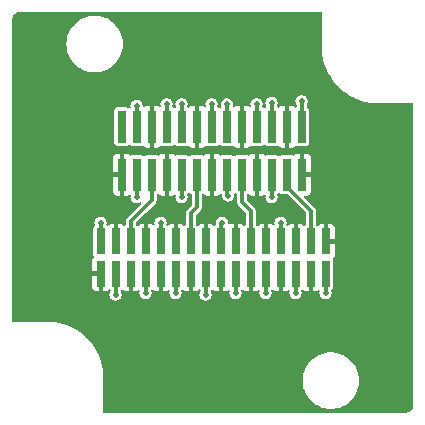
<source format=gbr>
%TF.GenerationSoftware,KiCad,Pcbnew,7.0.10-7.0.10~ubuntu22.04.1*%
%TF.CreationDate,2024-01-03T09:44:53-05:00*%
%TF.ProjectId,source-splitter,736f7572-6365-42d7-9370-6c6974746572,rev?*%
%TF.SameCoordinates,Original*%
%TF.FileFunction,Copper,L1,Top*%
%TF.FilePolarity,Positive*%
%FSLAX46Y46*%
G04 Gerber Fmt 4.6, Leading zero omitted, Abs format (unit mm)*
G04 Created by KiCad (PCBNEW 7.0.10-7.0.10~ubuntu22.04.1) date 2024-01-03 09:44:53*
%MOMM*%
%LPD*%
G01*
G04 APERTURE LIST*
%TA.AperFunction,SMDPad,CuDef*%
%ADD10R,0.740000X2.795000*%
%TD*%
%TA.AperFunction,SMDPad,CuDef*%
%ADD11R,0.740000X2.220000*%
%TD*%
%TA.AperFunction,ViaPad*%
%ADD12C,0.508000*%
%TD*%
%TA.AperFunction,Conductor*%
%ADD13C,0.304800*%
%TD*%
G04 APERTURE END LIST*
D10*
%TO.P,J1,1,Pin_1*%
%TO.N,/LED_0A*%
X42951400Y-32385000D03*
%TO.P,J1,2,Pin_2*%
%TO.N,VAA*%
X42951400Y-36450000D03*
%TO.P,J1,3,Pin_3*%
X41681400Y-32385000D03*
%TO.P,J1,4,Pin_4*%
%TO.N,/LED_0B*%
X41681400Y-36450000D03*
%TO.P,J1,5,Pin_5*%
%TO.N,/LED_1B*%
X40411400Y-32385000D03*
%TO.P,J1,6,Pin_6*%
%TO.N,/LED_1A*%
X40411400Y-36450000D03*
%TO.P,J1,7,Pin_7*%
%TO.N,/LED_2A*%
X39141400Y-32385000D03*
%TO.P,J1,8,Pin_8*%
%TO.N,VAA*%
X39141400Y-36450000D03*
%TO.P,J1,9,Pin_9*%
X37871400Y-32385000D03*
%TO.P,J1,10,Pin_10*%
%TO.N,/LED_2B*%
X37871400Y-36450000D03*
%TO.P,J1,11,Pin_11*%
%TO.N,/LED_3B*%
X36601400Y-32385000D03*
%TO.P,J1,12,Pin_12*%
%TO.N,/LED_3A*%
X36601400Y-36450000D03*
%TO.P,J1,13,Pin_13*%
%TO.N,/LED_4A*%
X35331400Y-32385000D03*
%TO.P,J1,14,Pin_14*%
%TO.N,VAA*%
X35331400Y-36450000D03*
%TO.P,J1,15,Pin_15*%
X34061400Y-32385000D03*
%TO.P,J1,16,Pin_16*%
%TO.N,/LED_4B*%
X34061400Y-36450000D03*
%TO.P,J1,17,Pin_17*%
%TO.N,/LED_5B*%
X32791400Y-32385000D03*
%TO.P,J1,18,Pin_18*%
%TO.N,/LED_5A*%
X32791400Y-36450000D03*
%TO.P,J1,19,Pin_19*%
%TO.N,/LED_6A*%
X31521400Y-32385000D03*
%TO.P,J1,20,Pin_20*%
%TO.N,VAA*%
X31521400Y-36450000D03*
%TO.P,J1,21,Pin_21*%
X30251400Y-32385000D03*
%TO.P,J1,22,Pin_22*%
%TO.N,/LED_6B*%
X30251400Y-36450000D03*
%TO.P,J1,23,Pin_23*%
%TO.N,/LED_7B*%
X28981400Y-32385000D03*
%TO.P,J1,24,Pin_24*%
%TO.N,/LED_7A*%
X28981400Y-36450000D03*
%TO.P,J1,25,Pin_25*%
%TO.N,GND*%
X27711400Y-32385000D03*
%TO.P,J1,26,Pin_26*%
%TO.N,VAA*%
X27711400Y-36450000D03*
%TD*%
D11*
%TO.P,J2,1,Pin_1*%
%TO.N,VAA*%
X44983400Y-42113200D03*
%TO.P,J2,2,Pin_2*%
%TO.N,/LED_0A*%
X44983400Y-44843200D03*
%TO.P,J2,3,Pin_3*%
%TO.N,/LED_0B*%
X43713400Y-42113200D03*
%TO.P,J2,4,Pin_4*%
%TO.N,VAA*%
X43713400Y-44843200D03*
%TO.P,J2,5,Pin_5*%
X42443400Y-42113200D03*
%TO.P,J2,6,Pin_6*%
%TO.N,/LED_1A*%
X42443400Y-44843200D03*
%TO.P,J2,7,Pin_7*%
%TO.N,/LED_1B*%
X41173400Y-42113200D03*
%TO.P,J2,8,Pin_8*%
%TO.N,VAA*%
X41173400Y-44843200D03*
%TO.P,J2,9,Pin_9*%
X39903400Y-42113200D03*
%TO.P,J2,10,Pin_10*%
%TO.N,/LED_2A*%
X39903400Y-44843200D03*
%TO.P,J2,11,Pin_11*%
%TO.N,/LED_2B*%
X38633400Y-42113200D03*
%TO.P,J2,12,Pin_12*%
%TO.N,VAA*%
X38633400Y-44843200D03*
%TO.P,J2,13,Pin_13*%
X37363400Y-42113200D03*
%TO.P,J2,14,Pin_14*%
%TO.N,/LED_3A*%
X37363400Y-44843200D03*
%TO.P,J2,15,Pin_15*%
%TO.N,/LED_3B*%
X36093400Y-42113200D03*
%TO.P,J2,16,Pin_16*%
%TO.N,VAA*%
X36093400Y-44843200D03*
%TO.P,J2,17,Pin_17*%
X34823400Y-42113200D03*
%TO.P,J2,18,Pin_18*%
%TO.N,/LED_4A*%
X34823400Y-44843200D03*
%TO.P,J2,19,Pin_19*%
%TO.N,/LED_4B*%
X33553400Y-42113200D03*
%TO.P,J2,20,Pin_20*%
%TO.N,VAA*%
X33553400Y-44843200D03*
%TO.P,J2,21,Pin_21*%
X32283400Y-42113200D03*
%TO.P,J2,22,Pin_22*%
%TO.N,/LED_5A*%
X32283400Y-44843200D03*
%TO.P,J2,23,Pin_23*%
%TO.N,/LED_5B*%
X31013400Y-42113200D03*
%TO.P,J2,24,Pin_24*%
%TO.N,VAA*%
X31013400Y-44843200D03*
%TO.P,J2,25,Pin_25*%
X29743400Y-42113200D03*
%TO.P,J2,26,Pin_26*%
%TO.N,/LED_6A*%
X29743400Y-44843200D03*
%TO.P,J2,27,Pin_27*%
%TO.N,/LED_6B*%
X28473400Y-42113200D03*
%TO.P,J2,28,Pin_28*%
%TO.N,VAA*%
X28473400Y-44843200D03*
%TO.P,J2,29,Pin_29*%
X27203400Y-42113200D03*
%TO.P,J2,30,Pin_30*%
%TO.N,/LED_7A*%
X27203400Y-44843200D03*
%TO.P,J2,31,Pin_31*%
%TO.N,/LED_7B*%
X25933400Y-42113200D03*
%TO.P,J2,32,Pin_32*%
%TO.N,VAA*%
X25933400Y-44843200D03*
%TD*%
D12*
%TO.N,/LED_3B*%
X36601400Y-30505400D03*
X36195000Y-40513000D03*
%TO.N,/LED_3A*%
X37338000Y-46482000D03*
X36703000Y-38227000D03*
%TO.N,/LED_4A*%
X34798000Y-46609000D03*
X35306000Y-30480000D03*
%TO.N,/LED_5B*%
X30988000Y-40513000D03*
X32766000Y-30480000D03*
%TO.N,/LED_5A*%
X32766000Y-38354000D03*
X32258000Y-46482000D03*
%TO.N,/LED_6A*%
X29718000Y-46482000D03*
X31496000Y-30480000D03*
%TO.N,/LED_7B*%
X28956000Y-30607000D03*
X25908000Y-40513000D03*
%TO.N,/LED_7A*%
X28956000Y-38354000D03*
X27178000Y-46609000D03*
%TO.N,/LED_2A*%
X39878000Y-46482000D03*
X39116000Y-30480000D03*
%TO.N,/LED_0A*%
X42926000Y-30226000D03*
X44958000Y-46482000D03*
%TO.N,/LED_1B*%
X41148000Y-40513000D03*
X40386000Y-30353000D03*
%TO.N,/LED_1A*%
X40386000Y-38354000D03*
X42418000Y-46482000D03*
%TD*%
D13*
%TO.N,/LED_2B*%
X37871400Y-38760400D02*
X38633400Y-39522400D01*
X38633400Y-39522400D02*
X38633400Y-42113200D01*
X37871400Y-36450000D02*
X37871400Y-38760400D01*
%TO.N,/LED_3B*%
X36601400Y-32385000D02*
X36601400Y-30505400D01*
X36195000Y-40513000D02*
X36093400Y-40614600D01*
X36576000Y-30480000D02*
X36601400Y-30505400D01*
X36093400Y-40614600D02*
X36093400Y-42113200D01*
%TO.N,/LED_3A*%
X36601400Y-38125400D02*
X36703000Y-38227000D01*
X37338000Y-46482000D02*
X37363400Y-46456600D01*
X37363400Y-46456600D02*
X37363400Y-44843200D01*
X36601400Y-36450000D02*
X36601400Y-38125400D01*
%TO.N,/LED_4A*%
X34823400Y-46583600D02*
X34823400Y-44843200D01*
X35331400Y-30505400D02*
X35306000Y-30480000D01*
X34798000Y-46609000D02*
X34823400Y-46583600D01*
X35331400Y-32385000D02*
X35331400Y-30505400D01*
%TO.N,/LED_4B*%
X34061400Y-36450000D02*
X34061400Y-39217600D01*
X34061400Y-39217600D02*
X33553400Y-39725600D01*
X33553400Y-39725600D02*
X33553400Y-42113200D01*
%TO.N,/LED_5B*%
X31013400Y-40538400D02*
X31013400Y-42113200D01*
X32791400Y-32385000D02*
X32791400Y-30505400D01*
X32791400Y-30505400D02*
X32766000Y-30480000D01*
X30988000Y-40513000D02*
X31013400Y-40538400D01*
%TO.N,/LED_5A*%
X32791400Y-38328600D02*
X32766000Y-38354000D01*
X32258000Y-46482000D02*
X32283400Y-46456600D01*
X32283400Y-46456600D02*
X32283400Y-44843200D01*
X32791400Y-36450000D02*
X32791400Y-38328600D01*
%TO.N,/LED_6A*%
X29743400Y-44843200D02*
X29743400Y-46456600D01*
X29743400Y-46456600D02*
X29718000Y-46482000D01*
X31521400Y-30505400D02*
X31521400Y-32385000D01*
X31496000Y-30480000D02*
X31521400Y-30505400D01*
%TO.N,/LED_6B*%
X30251400Y-38582600D02*
X28473400Y-40360600D01*
X28473400Y-40360600D02*
X28473400Y-42113200D01*
X30251400Y-36450000D02*
X30251400Y-38582600D01*
%TO.N,/LED_7B*%
X28956000Y-30607000D02*
X28981400Y-30632400D01*
X25933400Y-42113200D02*
X25933400Y-40538400D01*
X25933400Y-40538400D02*
X25908000Y-40513000D01*
X28981400Y-30632400D02*
X28981400Y-32385000D01*
%TO.N,/LED_7A*%
X28981400Y-36450000D02*
X28981400Y-38328600D01*
X28981400Y-38328600D02*
X28956000Y-38354000D01*
X27203400Y-46583600D02*
X27203400Y-44843200D01*
X27178000Y-46609000D02*
X27203400Y-46583600D01*
%TO.N,/LED_2A*%
X39903400Y-46456600D02*
X39903400Y-44843200D01*
X39141400Y-32385000D02*
X39141400Y-30505400D01*
X39141400Y-30505400D02*
X39116000Y-30480000D01*
X39878000Y-46482000D02*
X39903400Y-46456600D01*
%TO.N,/LED_0A*%
X44983400Y-46456600D02*
X44958000Y-46482000D01*
X42951400Y-30251400D02*
X42951400Y-32385000D01*
X42926000Y-30226000D02*
X42951400Y-30251400D01*
X44983400Y-44843200D02*
X44983400Y-46456600D01*
%TO.N,/LED_0B*%
X43713400Y-39509500D02*
X43713400Y-42113200D01*
X41681400Y-36450000D02*
X41681400Y-37477500D01*
X41681400Y-37477500D02*
X43713400Y-39509500D01*
%TO.N,/LED_1B*%
X41148000Y-40513000D02*
X41173400Y-40538400D01*
X41173400Y-40538400D02*
X41173400Y-42113200D01*
X40411400Y-32385000D02*
X40411400Y-30378400D01*
X40411400Y-30378400D02*
X40386000Y-30353000D01*
%TO.N,/LED_1A*%
X42418000Y-46482000D02*
X42443400Y-46456600D01*
X42443400Y-46456600D02*
X42443400Y-44843200D01*
X40411400Y-38328600D02*
X40386000Y-38354000D01*
X40411400Y-36450000D02*
X40411400Y-38328600D01*
%TD*%
%TA.AperFunction,Conductor*%
%TO.N,VAA*%
G36*
X44618304Y-22675065D02*
G01*
X44648368Y-22727136D01*
X44649703Y-22742400D01*
X44649703Y-25613588D01*
X44649700Y-25613596D01*
X44649700Y-25857403D01*
X44685853Y-26270638D01*
X44749315Y-26630549D01*
X44757882Y-26679133D01*
X44865242Y-27079804D01*
X44902488Y-27182135D01*
X45007115Y-27469596D01*
X45007118Y-27469604D01*
X45182413Y-27845525D01*
X45182418Y-27845536D01*
X45389825Y-28204775D01*
X45627741Y-28544553D01*
X45627744Y-28544556D01*
X45894376Y-28862315D01*
X45894386Y-28862325D01*
X46187677Y-29155618D01*
X46187692Y-29155632D01*
X46505439Y-29422252D01*
X46505444Y-29422255D01*
X46505447Y-29422258D01*
X46845236Y-29660181D01*
X47015870Y-29758696D01*
X47152795Y-29837750D01*
X47204468Y-29867583D01*
X47286995Y-29906066D01*
X47570134Y-30038096D01*
X47580409Y-30042887D01*
X47970199Y-30184759D01*
X48370870Y-30292118D01*
X48779374Y-30364148D01*
X49192600Y-30400301D01*
X49400003Y-30400300D01*
X49444878Y-30400300D01*
X52307600Y-30400300D01*
X52364101Y-30420865D01*
X52394165Y-30472936D01*
X52395500Y-30488200D01*
X52395500Y-55895678D01*
X52395077Y-55904294D01*
X52382023Y-56036826D01*
X52378661Y-56053726D01*
X52341264Y-56177006D01*
X52334670Y-56192925D01*
X52273941Y-56306543D01*
X52264367Y-56320871D01*
X52182635Y-56420461D01*
X52170461Y-56432635D01*
X52083707Y-56503833D01*
X52070871Y-56514368D01*
X52056543Y-56523941D01*
X51942925Y-56584670D01*
X51927006Y-56591264D01*
X51803726Y-56628661D01*
X51786826Y-56632023D01*
X51654295Y-56645077D01*
X51645679Y-56645500D01*
X26238208Y-56645500D01*
X26181707Y-56624935D01*
X26151643Y-56572864D01*
X26150308Y-56557600D01*
X26150308Y-53900000D01*
X43007178Y-53900000D01*
X43026046Y-54199905D01*
X43026047Y-54199906D01*
X43082354Y-54495075D01*
X43175209Y-54780854D01*
X43175214Y-54780865D01*
X43303150Y-55052745D01*
X43303161Y-55052763D01*
X43464162Y-55306460D01*
X43464165Y-55306464D01*
X43464166Y-55306465D01*
X43655708Y-55537999D01*
X43874758Y-55743701D01*
X44117862Y-55920326D01*
X44117869Y-55920329D01*
X44117872Y-55920332D01*
X44260480Y-55998731D01*
X44381186Y-56065090D01*
X44660577Y-56175709D01*
X44951630Y-56250439D01*
X44951635Y-56250439D01*
X44951637Y-56250440D01*
X45094157Y-56268444D01*
X45249753Y-56288100D01*
X45249754Y-56288100D01*
X45550246Y-56288100D01*
X45550247Y-56288100D01*
X45848370Y-56250439D01*
X46139423Y-56175709D01*
X46418814Y-56065090D01*
X46682138Y-55920326D01*
X46925242Y-55743701D01*
X47144292Y-55537999D01*
X47335834Y-55306465D01*
X47496846Y-55052751D01*
X47624790Y-54780857D01*
X47717647Y-54495071D01*
X47773954Y-54199900D01*
X47792822Y-53900000D01*
X47773954Y-53600100D01*
X47717647Y-53304929D01*
X47624790Y-53019143D01*
X47554864Y-52870544D01*
X47496849Y-52747254D01*
X47496838Y-52747236D01*
X47335837Y-52493539D01*
X47335834Y-52493535D01*
X47144292Y-52262001D01*
X46925242Y-52056299D01*
X46902845Y-52040027D01*
X46872703Y-52018127D01*
X46682138Y-51879674D01*
X46682132Y-51879670D01*
X46682127Y-51879667D01*
X46418816Y-51734911D01*
X46418815Y-51734910D01*
X46418814Y-51734910D01*
X46322547Y-51696795D01*
X46139424Y-51624291D01*
X45848371Y-51549561D01*
X45848362Y-51549559D01*
X45584000Y-51516163D01*
X45550247Y-51511900D01*
X45249753Y-51511900D01*
X45219432Y-51515730D01*
X44951637Y-51549559D01*
X44951628Y-51549561D01*
X44660575Y-51624291D01*
X44381183Y-51734911D01*
X44117872Y-51879667D01*
X43874758Y-52056298D01*
X43655708Y-52262001D01*
X43464162Y-52493539D01*
X43303161Y-52747236D01*
X43303150Y-52747254D01*
X43175214Y-53019134D01*
X43175209Y-53019145D01*
X43082354Y-53304924D01*
X43026047Y-53600093D01*
X43026046Y-53600094D01*
X43007178Y-53900000D01*
X26150308Y-53900000D01*
X26150308Y-53686300D01*
X26150320Y-53686267D01*
X26150320Y-53442478D01*
X26150318Y-53442454D01*
X26114165Y-53029252D01*
X26112383Y-53019145D01*
X26042133Y-52620746D01*
X25934773Y-52220076D01*
X25792900Y-51830287D01*
X25748425Y-51734910D01*
X25617598Y-51454354D01*
X25617596Y-51454351D01*
X25617594Y-51454346D01*
X25410191Y-51095114D01*
X25172268Y-50755326D01*
X25172266Y-50755323D01*
X24905635Y-50437567D01*
X24905619Y-50437550D01*
X24612327Y-50144260D01*
X24612310Y-50144244D01*
X24294571Y-49877630D01*
X23954777Y-49639703D01*
X23595544Y-49432300D01*
X23595533Y-49432295D01*
X23219612Y-49257000D01*
X23219604Y-49256997D01*
X23219602Y-49256996D01*
X22829812Y-49115124D01*
X22429141Y-49007764D01*
X22429140Y-49007763D01*
X22429137Y-49007763D01*
X22020634Y-48935732D01*
X21607433Y-48899581D01*
X21607414Y-48899580D01*
X21607411Y-48899580D01*
X21607407Y-48899580D01*
X18492400Y-48899580D01*
X18435899Y-48879015D01*
X18405835Y-48826944D01*
X18404500Y-48811680D01*
X18404500Y-45989353D01*
X25182400Y-45989353D01*
X25193191Y-46063417D01*
X25249034Y-46177648D01*
X25338951Y-46267565D01*
X25453182Y-46323408D01*
X25527247Y-46334200D01*
X25742899Y-46334200D01*
X25742900Y-46334199D01*
X25742900Y-45033701D01*
X25742899Y-45033700D01*
X25182401Y-45033700D01*
X25182400Y-45033701D01*
X25182400Y-45989353D01*
X18404500Y-45989353D01*
X18404500Y-44652699D01*
X25182400Y-44652699D01*
X25182401Y-44652700D01*
X26036000Y-44652700D01*
X26092501Y-44673265D01*
X26122565Y-44725336D01*
X26123900Y-44740600D01*
X26123900Y-46334199D01*
X26123901Y-46334200D01*
X26339553Y-46334200D01*
X26413617Y-46323408D01*
X26527850Y-46267564D01*
X26604190Y-46191224D01*
X26658683Y-46165813D01*
X26715178Y-46180291D01*
X26734099Y-46192934D01*
X26734592Y-46193263D01*
X26770146Y-46241753D01*
X26766212Y-46301751D01*
X26752190Y-46323908D01*
X26745828Y-46331250D01*
X26745825Y-46331254D01*
X26685079Y-46464270D01*
X26664271Y-46608998D01*
X26664271Y-46609001D01*
X26685079Y-46753729D01*
X26745824Y-46886744D01*
X26800033Y-46949303D01*
X26841579Y-46997250D01*
X26964589Y-47076304D01*
X27048964Y-47101079D01*
X27104884Y-47117499D01*
X27104887Y-47117499D01*
X27104889Y-47117500D01*
X27104890Y-47117500D01*
X27251110Y-47117500D01*
X27251111Y-47117500D01*
X27251113Y-47117499D01*
X27251115Y-47117499D01*
X27267791Y-47112602D01*
X27391411Y-47076304D01*
X27514421Y-46997250D01*
X27610176Y-46886743D01*
X27670919Y-46753734D01*
X27691729Y-46609000D01*
X27673469Y-46481998D01*
X27670920Y-46464269D01*
X27670919Y-46464267D01*
X27618243Y-46348920D01*
X27610300Y-46312406D01*
X27610300Y-46277483D01*
X27630865Y-46220982D01*
X27666304Y-46200109D01*
X27664704Y-46196246D01*
X27672695Y-46192935D01*
X27672701Y-46192934D01*
X27691620Y-46180292D01*
X27750021Y-46166000D01*
X27802609Y-46191223D01*
X27878951Y-46267565D01*
X27993182Y-46323408D01*
X28067247Y-46334200D01*
X28282899Y-46334200D01*
X28282900Y-46334199D01*
X28282900Y-44740600D01*
X28303465Y-44684099D01*
X28355536Y-44654035D01*
X28370800Y-44652700D01*
X28576000Y-44652700D01*
X28632501Y-44673265D01*
X28662565Y-44725336D01*
X28663900Y-44740600D01*
X28663900Y-46334199D01*
X28663901Y-46334200D01*
X28879553Y-46334200D01*
X28953617Y-46323408D01*
X29067849Y-46267564D01*
X29076440Y-46258974D01*
X29130933Y-46233561D01*
X29189012Y-46249121D01*
X29223501Y-46298373D01*
X29225602Y-46333635D01*
X29204271Y-46481997D01*
X29204271Y-46482001D01*
X29225079Y-46626729D01*
X29285824Y-46759744D01*
X29342419Y-46825057D01*
X29381579Y-46870250D01*
X29504589Y-46949304D01*
X29588964Y-46974079D01*
X29644884Y-46990499D01*
X29644887Y-46990499D01*
X29644889Y-46990500D01*
X29644890Y-46990500D01*
X29791110Y-46990500D01*
X29791111Y-46990500D01*
X29791113Y-46990499D01*
X29791115Y-46990499D01*
X29807791Y-46985602D01*
X29931411Y-46949304D01*
X30054421Y-46870250D01*
X30150176Y-46759743D01*
X30210919Y-46626734D01*
X30231729Y-46482000D01*
X30229179Y-46464267D01*
X30210920Y-46337271D01*
X30210918Y-46337263D01*
X30199566Y-46312406D01*
X30191905Y-46295633D01*
X30187140Y-46235697D01*
X30222016Y-46186719D01*
X30222901Y-46186118D01*
X30231621Y-46180291D01*
X30290023Y-46166000D01*
X30342609Y-46191223D01*
X30418951Y-46267565D01*
X30533182Y-46323408D01*
X30607247Y-46334200D01*
X30822899Y-46334200D01*
X30822900Y-46334199D01*
X30822900Y-44740600D01*
X30843465Y-44684099D01*
X30895536Y-44654035D01*
X30910800Y-44652700D01*
X31116000Y-44652700D01*
X31172501Y-44673265D01*
X31202565Y-44725336D01*
X31203900Y-44740600D01*
X31203900Y-46334199D01*
X31203901Y-46334200D01*
X31419553Y-46334200D01*
X31493617Y-46323408D01*
X31607849Y-46267564D01*
X31616440Y-46258974D01*
X31670933Y-46233561D01*
X31729012Y-46249121D01*
X31763501Y-46298373D01*
X31765602Y-46333635D01*
X31744271Y-46481997D01*
X31744271Y-46482001D01*
X31765079Y-46626729D01*
X31825824Y-46759744D01*
X31882419Y-46825057D01*
X31921579Y-46870250D01*
X32044589Y-46949304D01*
X32128964Y-46974079D01*
X32184884Y-46990499D01*
X32184887Y-46990499D01*
X32184889Y-46990500D01*
X32184890Y-46990500D01*
X32331110Y-46990500D01*
X32331111Y-46990500D01*
X32331113Y-46990499D01*
X32331115Y-46990499D01*
X32347791Y-46985602D01*
X32471411Y-46949304D01*
X32594421Y-46870250D01*
X32690176Y-46759743D01*
X32750919Y-46626734D01*
X32771729Y-46482000D01*
X32769179Y-46464267D01*
X32750920Y-46337271D01*
X32750918Y-46337263D01*
X32739566Y-46312406D01*
X32731905Y-46295633D01*
X32727140Y-46235697D01*
X32762016Y-46186719D01*
X32762901Y-46186118D01*
X32771621Y-46180291D01*
X32830023Y-46166000D01*
X32882609Y-46191223D01*
X32958951Y-46267565D01*
X33073182Y-46323408D01*
X33147247Y-46334200D01*
X33362899Y-46334200D01*
X33362900Y-46334199D01*
X33362900Y-44740600D01*
X33383465Y-44684099D01*
X33435536Y-44654035D01*
X33450800Y-44652700D01*
X33656000Y-44652700D01*
X33712501Y-44673265D01*
X33742565Y-44725336D01*
X33743900Y-44740600D01*
X33743900Y-46334199D01*
X33743901Y-46334200D01*
X33959553Y-46334200D01*
X34033617Y-46323408D01*
X34147850Y-46267564D01*
X34224190Y-46191224D01*
X34278683Y-46165813D01*
X34335178Y-46180291D01*
X34354099Y-46192934D01*
X34354592Y-46193263D01*
X34390146Y-46241753D01*
X34386212Y-46301751D01*
X34372190Y-46323908D01*
X34365828Y-46331250D01*
X34365825Y-46331254D01*
X34305079Y-46464270D01*
X34284271Y-46608998D01*
X34284271Y-46609001D01*
X34305079Y-46753729D01*
X34365824Y-46886744D01*
X34420033Y-46949303D01*
X34461579Y-46997250D01*
X34584589Y-47076304D01*
X34668964Y-47101079D01*
X34724884Y-47117499D01*
X34724887Y-47117499D01*
X34724889Y-47117500D01*
X34724890Y-47117500D01*
X34871110Y-47117500D01*
X34871111Y-47117500D01*
X34871113Y-47117499D01*
X34871115Y-47117499D01*
X34887791Y-47112602D01*
X35011411Y-47076304D01*
X35134421Y-46997250D01*
X35230176Y-46886743D01*
X35290919Y-46753734D01*
X35311729Y-46609000D01*
X35293469Y-46481998D01*
X35290920Y-46464269D01*
X35290919Y-46464267D01*
X35238243Y-46348920D01*
X35230300Y-46312406D01*
X35230300Y-46277483D01*
X35250865Y-46220982D01*
X35286304Y-46200109D01*
X35284704Y-46196246D01*
X35292695Y-46192935D01*
X35292701Y-46192934D01*
X35311620Y-46180292D01*
X35370021Y-46166000D01*
X35422609Y-46191223D01*
X35498951Y-46267565D01*
X35613182Y-46323408D01*
X35687247Y-46334200D01*
X35902899Y-46334200D01*
X35902900Y-46334199D01*
X35902900Y-44740600D01*
X35923465Y-44684099D01*
X35975536Y-44654035D01*
X35990800Y-44652700D01*
X36196000Y-44652700D01*
X36252501Y-44673265D01*
X36282565Y-44725336D01*
X36283900Y-44740600D01*
X36283900Y-46334199D01*
X36283901Y-46334200D01*
X36499553Y-46334200D01*
X36573617Y-46323408D01*
X36687849Y-46267564D01*
X36696440Y-46258974D01*
X36750933Y-46233561D01*
X36809012Y-46249121D01*
X36843501Y-46298373D01*
X36845602Y-46333635D01*
X36824271Y-46481997D01*
X36824271Y-46482001D01*
X36845079Y-46626729D01*
X36905824Y-46759744D01*
X36962419Y-46825057D01*
X37001579Y-46870250D01*
X37124589Y-46949304D01*
X37208964Y-46974079D01*
X37264884Y-46990499D01*
X37264887Y-46990499D01*
X37264889Y-46990500D01*
X37264890Y-46990500D01*
X37411110Y-46990500D01*
X37411111Y-46990500D01*
X37411113Y-46990499D01*
X37411115Y-46990499D01*
X37427791Y-46985602D01*
X37551411Y-46949304D01*
X37674421Y-46870250D01*
X37770176Y-46759743D01*
X37830919Y-46626734D01*
X37851729Y-46482000D01*
X37849179Y-46464267D01*
X37830920Y-46337271D01*
X37830918Y-46337263D01*
X37819566Y-46312406D01*
X37811905Y-46295633D01*
X37807140Y-46235697D01*
X37842016Y-46186719D01*
X37842901Y-46186118D01*
X37851621Y-46180291D01*
X37910023Y-46166000D01*
X37962609Y-46191223D01*
X38038951Y-46267565D01*
X38153182Y-46323408D01*
X38227247Y-46334200D01*
X38442899Y-46334200D01*
X38442900Y-46334199D01*
X38442900Y-44740600D01*
X38463465Y-44684099D01*
X38515536Y-44654035D01*
X38530800Y-44652700D01*
X38736000Y-44652700D01*
X38792501Y-44673265D01*
X38822565Y-44725336D01*
X38823900Y-44740600D01*
X38823900Y-46334199D01*
X38823901Y-46334200D01*
X39039553Y-46334200D01*
X39113617Y-46323408D01*
X39227849Y-46267564D01*
X39236440Y-46258974D01*
X39290933Y-46233561D01*
X39349012Y-46249121D01*
X39383501Y-46298373D01*
X39385602Y-46333635D01*
X39364271Y-46481997D01*
X39364271Y-46482001D01*
X39385079Y-46626729D01*
X39445824Y-46759744D01*
X39502419Y-46825057D01*
X39541579Y-46870250D01*
X39664589Y-46949304D01*
X39748964Y-46974079D01*
X39804884Y-46990499D01*
X39804887Y-46990499D01*
X39804889Y-46990500D01*
X39804890Y-46990500D01*
X39951110Y-46990500D01*
X39951111Y-46990500D01*
X39951113Y-46990499D01*
X39951115Y-46990499D01*
X39967791Y-46985602D01*
X40091411Y-46949304D01*
X40214421Y-46870250D01*
X40310176Y-46759743D01*
X40370919Y-46626734D01*
X40391729Y-46482000D01*
X40389179Y-46464267D01*
X40370920Y-46337271D01*
X40370918Y-46337263D01*
X40359566Y-46312406D01*
X40351905Y-46295633D01*
X40347140Y-46235697D01*
X40382016Y-46186719D01*
X40382901Y-46186118D01*
X40391621Y-46180291D01*
X40450023Y-46166000D01*
X40502609Y-46191223D01*
X40578951Y-46267565D01*
X40693182Y-46323408D01*
X40767247Y-46334200D01*
X40982899Y-46334200D01*
X40982900Y-46334199D01*
X40982900Y-44740600D01*
X41003465Y-44684099D01*
X41055536Y-44654035D01*
X41070800Y-44652700D01*
X41276000Y-44652700D01*
X41332501Y-44673265D01*
X41362565Y-44725336D01*
X41363900Y-44740600D01*
X41363900Y-46334199D01*
X41363901Y-46334200D01*
X41579553Y-46334200D01*
X41653617Y-46323408D01*
X41767849Y-46267564D01*
X41776440Y-46258974D01*
X41830933Y-46233561D01*
X41889012Y-46249121D01*
X41923501Y-46298373D01*
X41925602Y-46333635D01*
X41904271Y-46481997D01*
X41904271Y-46482001D01*
X41925079Y-46626729D01*
X41985824Y-46759744D01*
X42042419Y-46825057D01*
X42081579Y-46870250D01*
X42204589Y-46949304D01*
X42288964Y-46974079D01*
X42344884Y-46990499D01*
X42344887Y-46990499D01*
X42344889Y-46990500D01*
X42344890Y-46990500D01*
X42491110Y-46990500D01*
X42491111Y-46990500D01*
X42491113Y-46990499D01*
X42491115Y-46990499D01*
X42507791Y-46985602D01*
X42631411Y-46949304D01*
X42754421Y-46870250D01*
X42850176Y-46759743D01*
X42910919Y-46626734D01*
X42931729Y-46482000D01*
X42929179Y-46464267D01*
X42910920Y-46337271D01*
X42910918Y-46337263D01*
X42899566Y-46312406D01*
X42891905Y-46295633D01*
X42887140Y-46235697D01*
X42922016Y-46186719D01*
X42922901Y-46186118D01*
X42931621Y-46180291D01*
X42990023Y-46166000D01*
X43042609Y-46191223D01*
X43118951Y-46267565D01*
X43233182Y-46323408D01*
X43307247Y-46334200D01*
X43522899Y-46334200D01*
X43522900Y-46334199D01*
X43522900Y-44740600D01*
X43543465Y-44684099D01*
X43595536Y-44654035D01*
X43610800Y-44652700D01*
X43816000Y-44652700D01*
X43872501Y-44673265D01*
X43902565Y-44725336D01*
X43903900Y-44740600D01*
X43903900Y-46334199D01*
X43903901Y-46334200D01*
X44119553Y-46334200D01*
X44193617Y-46323408D01*
X44307849Y-46267564D01*
X44316440Y-46258974D01*
X44370933Y-46233561D01*
X44429012Y-46249121D01*
X44463501Y-46298373D01*
X44465602Y-46333635D01*
X44444271Y-46481997D01*
X44444271Y-46482001D01*
X44465079Y-46626729D01*
X44525824Y-46759744D01*
X44582419Y-46825057D01*
X44621579Y-46870250D01*
X44744589Y-46949304D01*
X44828964Y-46974079D01*
X44884884Y-46990499D01*
X44884887Y-46990499D01*
X44884889Y-46990500D01*
X44884890Y-46990500D01*
X45031110Y-46990500D01*
X45031111Y-46990500D01*
X45031113Y-46990499D01*
X45031115Y-46990499D01*
X45047791Y-46985602D01*
X45171411Y-46949304D01*
X45294421Y-46870250D01*
X45390176Y-46759743D01*
X45450919Y-46626734D01*
X45471729Y-46482000D01*
X45469179Y-46464267D01*
X45450920Y-46337271D01*
X45450919Y-46337269D01*
X45450919Y-46337266D01*
X45431905Y-46295633D01*
X45427141Y-46235696D01*
X45462018Y-46186718D01*
X45462965Y-46186075D01*
X45536884Y-46136684D01*
X45593134Y-46052501D01*
X45607900Y-45978267D01*
X45607899Y-43708134D01*
X45607899Y-43708133D01*
X45607899Y-43708131D01*
X45601595Y-43676442D01*
X45593134Y-43633899D01*
X45588504Y-43626970D01*
X45574211Y-43568569D01*
X45599435Y-43515979D01*
X45667764Y-43447650D01*
X45723608Y-43333417D01*
X45734400Y-43259353D01*
X45734400Y-42303701D01*
X45734399Y-42303700D01*
X44880800Y-42303700D01*
X44824299Y-42283135D01*
X44794235Y-42231064D01*
X44792900Y-42215800D01*
X44792900Y-41922699D01*
X45173900Y-41922699D01*
X45173901Y-41922700D01*
X45734399Y-41922700D01*
X45734400Y-41922699D01*
X45734400Y-40967046D01*
X45723608Y-40892982D01*
X45667765Y-40778751D01*
X45577848Y-40688834D01*
X45463617Y-40632991D01*
X45389553Y-40622200D01*
X45173901Y-40622200D01*
X45173900Y-40622201D01*
X45173900Y-41922699D01*
X44792900Y-41922699D01*
X44792900Y-40622201D01*
X44792899Y-40622200D01*
X44577247Y-40622200D01*
X44503182Y-40632991D01*
X44388949Y-40688835D01*
X44312608Y-40765175D01*
X44258114Y-40790586D01*
X44201620Y-40776106D01*
X44182703Y-40763466D01*
X44174704Y-40760153D01*
X44176308Y-40756279D01*
X44139292Y-40733487D01*
X44120300Y-40678915D01*
X44120300Y-39445053D01*
X44114472Y-39427118D01*
X44112418Y-39420796D01*
X44109199Y-39407385D01*
X44105209Y-39382193D01*
X44105209Y-39382192D01*
X44093630Y-39359468D01*
X44088350Y-39346722D01*
X44080470Y-39322468D01*
X44078468Y-39319713D01*
X44065471Y-39301824D01*
X44058268Y-39290069D01*
X44053265Y-39280250D01*
X44046692Y-39267349D01*
X44046691Y-39267348D01*
X44046691Y-39267347D01*
X43955551Y-39176207D01*
X43955551Y-39176208D01*
X43157898Y-38378555D01*
X43132487Y-38324061D01*
X43148050Y-38265983D01*
X43197303Y-38231495D01*
X43220053Y-38228500D01*
X43357553Y-38228500D01*
X43431617Y-38217708D01*
X43545848Y-38161865D01*
X43635765Y-38071948D01*
X43691608Y-37957717D01*
X43702400Y-37883653D01*
X43702400Y-36640501D01*
X43702399Y-36640500D01*
X42848800Y-36640500D01*
X42792299Y-36619935D01*
X42762235Y-36567864D01*
X42760900Y-36552600D01*
X42760900Y-36259499D01*
X43141900Y-36259499D01*
X43141901Y-36259500D01*
X43702399Y-36259500D01*
X43702400Y-36259499D01*
X43702400Y-35016346D01*
X43691608Y-34942282D01*
X43635765Y-34828051D01*
X43545848Y-34738134D01*
X43431617Y-34682291D01*
X43357553Y-34671500D01*
X43141901Y-34671500D01*
X43141900Y-34671501D01*
X43141900Y-36259499D01*
X42760900Y-36259499D01*
X42760900Y-34671501D01*
X42760899Y-34671500D01*
X42545247Y-34671500D01*
X42471182Y-34682291D01*
X42356949Y-34738135D01*
X42280608Y-34814475D01*
X42226114Y-34839886D01*
X42169620Y-34825406D01*
X42150703Y-34812766D01*
X42113584Y-34805383D01*
X42076467Y-34798000D01*
X42076465Y-34798000D01*
X41286331Y-34798000D01*
X41212099Y-34812766D01*
X41127917Y-34869015D01*
X41127912Y-34869020D01*
X41119482Y-34881636D01*
X41070991Y-34917187D01*
X41010993Y-34913251D01*
X40973314Y-34881633D01*
X40964884Y-34869016D01*
X40964498Y-34868758D01*
X40880701Y-34812765D01*
X40827592Y-34802202D01*
X40806467Y-34798000D01*
X40806465Y-34798000D01*
X40016331Y-34798000D01*
X39942099Y-34812765D01*
X39923179Y-34825408D01*
X39864774Y-34839698D01*
X39812190Y-34814476D01*
X39735848Y-34738134D01*
X39621617Y-34682291D01*
X39547553Y-34671500D01*
X39331901Y-34671500D01*
X39331900Y-34671501D01*
X39331900Y-38228499D01*
X39331901Y-38228500D01*
X39547553Y-38228500D01*
X39621617Y-38217708D01*
X39735847Y-38161865D01*
X39740694Y-38157019D01*
X39795187Y-38131606D01*
X39853266Y-38147165D01*
X39887756Y-38196417D01*
X39889857Y-38231680D01*
X39872271Y-38353996D01*
X39872271Y-38354001D01*
X39893079Y-38498729D01*
X39893080Y-38498733D01*
X39893081Y-38498734D01*
X39916340Y-38549666D01*
X39953824Y-38631744D01*
X39993803Y-38677881D01*
X40049579Y-38742250D01*
X40172589Y-38821304D01*
X40256964Y-38846079D01*
X40312884Y-38862499D01*
X40312887Y-38862499D01*
X40312889Y-38862500D01*
X40312890Y-38862500D01*
X40459110Y-38862500D01*
X40459111Y-38862500D01*
X40459113Y-38862499D01*
X40459115Y-38862499D01*
X40482334Y-38855681D01*
X40599411Y-38821304D01*
X40722421Y-38742250D01*
X40818176Y-38631743D01*
X40878919Y-38498734D01*
X40887393Y-38439802D01*
X40899729Y-38354001D01*
X40899729Y-38353998D01*
X40878920Y-38209271D01*
X40878919Y-38209267D01*
X40878919Y-38209266D01*
X40867708Y-38184719D01*
X40862943Y-38124784D01*
X40897819Y-38075805D01*
X40898751Y-38075172D01*
X40964884Y-38030984D01*
X40973315Y-38018366D01*
X41021803Y-37982814D01*
X41081802Y-37986746D01*
X41119484Y-38018366D01*
X41127916Y-38030984D01*
X41127919Y-38030986D01*
X41212098Y-38087234D01*
X41218247Y-38088457D01*
X41286333Y-38102000D01*
X41694046Y-38101999D01*
X41750547Y-38122564D01*
X41756201Y-38127744D01*
X43280755Y-39652298D01*
X43306166Y-39706792D01*
X43306500Y-39714453D01*
X43306500Y-40678916D01*
X43285935Y-40735417D01*
X43250538Y-40756396D01*
X43252095Y-40760154D01*
X43244098Y-40763466D01*
X43225180Y-40776107D01*
X43166776Y-40790399D01*
X43114190Y-40765176D01*
X43037848Y-40688834D01*
X42923617Y-40632991D01*
X42849553Y-40622200D01*
X42633901Y-40622200D01*
X42633900Y-40622201D01*
X42633900Y-42215800D01*
X42613335Y-42272301D01*
X42561264Y-42302365D01*
X42546000Y-42303700D01*
X42340800Y-42303700D01*
X42284299Y-42283135D01*
X42254235Y-42231064D01*
X42252900Y-42215800D01*
X42252900Y-40622201D01*
X42252899Y-40622200D01*
X42037247Y-40622200D01*
X41963182Y-40632991D01*
X41848949Y-40688835D01*
X41784416Y-40753368D01*
X41729922Y-40778779D01*
X41671844Y-40763216D01*
X41637357Y-40713963D01*
X41641492Y-40664452D01*
X41639148Y-40663764D01*
X41640916Y-40657738D01*
X41640919Y-40657734D01*
X41651725Y-40582576D01*
X41661729Y-40513001D01*
X41661729Y-40512998D01*
X41640920Y-40368270D01*
X41640919Y-40368268D01*
X41640919Y-40368266D01*
X41580176Y-40235257D01*
X41580175Y-40235256D01*
X41580175Y-40235255D01*
X41503991Y-40147335D01*
X41484421Y-40124750D01*
X41361411Y-40045696D01*
X41221115Y-40004500D01*
X41221111Y-40004500D01*
X41074889Y-40004500D01*
X41074884Y-40004500D01*
X40934589Y-40045696D01*
X40934588Y-40045696D01*
X40811579Y-40124750D01*
X40811577Y-40124752D01*
X40715824Y-40235255D01*
X40655079Y-40368270D01*
X40634271Y-40512998D01*
X40634271Y-40513002D01*
X40649120Y-40616282D01*
X40636806Y-40675134D01*
X40589543Y-40712302D01*
X40529446Y-40710394D01*
X40499960Y-40690946D01*
X40497848Y-40688834D01*
X40383617Y-40632991D01*
X40309553Y-40622200D01*
X40093901Y-40622200D01*
X40093900Y-40622201D01*
X40093900Y-42215800D01*
X40073335Y-42272301D01*
X40021264Y-42302365D01*
X40006000Y-42303700D01*
X39800800Y-42303700D01*
X39744299Y-42283135D01*
X39714235Y-42231064D01*
X39712900Y-42215800D01*
X39712900Y-40622201D01*
X39712899Y-40622200D01*
X39497247Y-40622200D01*
X39423182Y-40632991D01*
X39308949Y-40688835D01*
X39232608Y-40765175D01*
X39178114Y-40790586D01*
X39121620Y-40776106D01*
X39102703Y-40763466D01*
X39094704Y-40760153D01*
X39096308Y-40756279D01*
X39059292Y-40733487D01*
X39040300Y-40678915D01*
X39040300Y-39457953D01*
X39032419Y-39433699D01*
X39029199Y-39420285D01*
X39025209Y-39395093D01*
X39025209Y-39395092D01*
X39013630Y-39372368D01*
X39008350Y-39359622D01*
X39000470Y-39335368D01*
X38991097Y-39322468D01*
X38985471Y-39314724D01*
X38978268Y-39302969D01*
X38967606Y-39282043D01*
X38966692Y-39280249D01*
X38966691Y-39280248D01*
X38966691Y-39280247D01*
X38875551Y-39189107D01*
X38875551Y-39189108D01*
X38304045Y-38617602D01*
X38278634Y-38563108D01*
X38278300Y-38555447D01*
X38278300Y-38171783D01*
X38298865Y-38115282D01*
X38334304Y-38094409D01*
X38332704Y-38090546D01*
X38340695Y-38087235D01*
X38340701Y-38087234D01*
X38359620Y-38074592D01*
X38418021Y-38060300D01*
X38470609Y-38085523D01*
X38546951Y-38161865D01*
X38661182Y-38217708D01*
X38735247Y-38228500D01*
X38950899Y-38228500D01*
X38950900Y-38228499D01*
X38950900Y-34671501D01*
X38950899Y-34671500D01*
X38735247Y-34671500D01*
X38661182Y-34682291D01*
X38546949Y-34738135D01*
X38470608Y-34814475D01*
X38416114Y-34839886D01*
X38359620Y-34825406D01*
X38340703Y-34812766D01*
X38303584Y-34805383D01*
X38266467Y-34798000D01*
X38266465Y-34798000D01*
X37476331Y-34798000D01*
X37402099Y-34812766D01*
X37317917Y-34869015D01*
X37317912Y-34869020D01*
X37309482Y-34881636D01*
X37260991Y-34917187D01*
X37200993Y-34913251D01*
X37163314Y-34881633D01*
X37154884Y-34869016D01*
X37154498Y-34868758D01*
X37070701Y-34812765D01*
X37017592Y-34802202D01*
X36996467Y-34798000D01*
X36996465Y-34798000D01*
X36206331Y-34798000D01*
X36132099Y-34812765D01*
X36113179Y-34825408D01*
X36054774Y-34839698D01*
X36002190Y-34814476D01*
X35925848Y-34738134D01*
X35811617Y-34682291D01*
X35737553Y-34671500D01*
X35521901Y-34671500D01*
X35521900Y-34671501D01*
X35521900Y-38228499D01*
X35521901Y-38228500D01*
X35737553Y-38228500D01*
X35811617Y-38217708D01*
X35925850Y-38161864D01*
X36002190Y-38085524D01*
X36056683Y-38060113D01*
X36113179Y-38074592D01*
X36132099Y-38087234D01*
X36132100Y-38087234D01*
X36140095Y-38090546D01*
X36138429Y-38094566D01*
X36174830Y-38116366D01*
X36194500Y-38171783D01*
X36194500Y-38184345D01*
X36193605Y-38196854D01*
X36189271Y-38226998D01*
X36189271Y-38227001D01*
X36210079Y-38371729D01*
X36210080Y-38371733D01*
X36210081Y-38371734D01*
X36213196Y-38378555D01*
X36270824Y-38504744D01*
X36314759Y-38555447D01*
X36366579Y-38615250D01*
X36489589Y-38694304D01*
X36573964Y-38719079D01*
X36629884Y-38735499D01*
X36629887Y-38735499D01*
X36629889Y-38735500D01*
X36629890Y-38735500D01*
X36776110Y-38735500D01*
X36776111Y-38735500D01*
X36776113Y-38735499D01*
X36776115Y-38735499D01*
X36806874Y-38726467D01*
X36916411Y-38694304D01*
X37039421Y-38615250D01*
X37135176Y-38504743D01*
X37195919Y-38371734D01*
X37198470Y-38353996D01*
X37216729Y-38227001D01*
X37216729Y-38226998D01*
X37202848Y-38130460D01*
X37215162Y-38071608D01*
X37262425Y-38034439D01*
X37322521Y-38036346D01*
X37338688Y-38044864D01*
X37361510Y-38060113D01*
X37402099Y-38087234D01*
X37402101Y-38087234D01*
X37410095Y-38090546D01*
X37408429Y-38094566D01*
X37444830Y-38116366D01*
X37464500Y-38171783D01*
X37464500Y-38824845D01*
X37472382Y-38849107D01*
X37475600Y-38862514D01*
X37479590Y-38887705D01*
X37491168Y-38910427D01*
X37496446Y-38923170D01*
X37504327Y-38947427D01*
X37504332Y-38947435D01*
X37519324Y-38968070D01*
X37526529Y-38979827D01*
X37538108Y-39002551D01*
X37561034Y-39025477D01*
X38200755Y-39665198D01*
X38226166Y-39719692D01*
X38226500Y-39727353D01*
X38226500Y-40678916D01*
X38205935Y-40735417D01*
X38170538Y-40756396D01*
X38172095Y-40760154D01*
X38164098Y-40763466D01*
X38145180Y-40776107D01*
X38086776Y-40790399D01*
X38034190Y-40765176D01*
X37957848Y-40688834D01*
X37843617Y-40632991D01*
X37769553Y-40622200D01*
X37553901Y-40622200D01*
X37553900Y-40622201D01*
X37553900Y-42215800D01*
X37533335Y-42272301D01*
X37481264Y-42302365D01*
X37466000Y-42303700D01*
X37260800Y-42303700D01*
X37204299Y-42283135D01*
X37174235Y-42231064D01*
X37172900Y-42215800D01*
X37172900Y-40622201D01*
X37172899Y-40622200D01*
X36957247Y-40622200D01*
X36883180Y-40632991D01*
X36826236Y-40660829D01*
X36766444Y-40667168D01*
X36716566Y-40633591D01*
X36699941Y-40575808D01*
X36700627Y-40569350D01*
X36708729Y-40513001D01*
X36708729Y-40512998D01*
X36687920Y-40368270D01*
X36687919Y-40368268D01*
X36687919Y-40368266D01*
X36627176Y-40235257D01*
X36627175Y-40235256D01*
X36627175Y-40235255D01*
X36550991Y-40147335D01*
X36531421Y-40124750D01*
X36408411Y-40045696D01*
X36268115Y-40004500D01*
X36268111Y-40004500D01*
X36121889Y-40004500D01*
X36121884Y-40004500D01*
X35981589Y-40045696D01*
X35981588Y-40045696D01*
X35858579Y-40124750D01*
X35858577Y-40124752D01*
X35762824Y-40235255D01*
X35702079Y-40368270D01*
X35681271Y-40512998D01*
X35681271Y-40513000D01*
X35685605Y-40543143D01*
X35686500Y-40555653D01*
X35686500Y-40678916D01*
X35665935Y-40735417D01*
X35630538Y-40756396D01*
X35632095Y-40760154D01*
X35624098Y-40763466D01*
X35605180Y-40776107D01*
X35546776Y-40790399D01*
X35494190Y-40765176D01*
X35417848Y-40688834D01*
X35303617Y-40632991D01*
X35229553Y-40622200D01*
X35013901Y-40622200D01*
X35013900Y-40622201D01*
X35013900Y-42215800D01*
X34993335Y-42272301D01*
X34941264Y-42302365D01*
X34926000Y-42303700D01*
X34720800Y-42303700D01*
X34664299Y-42283135D01*
X34634235Y-42231064D01*
X34632900Y-42215800D01*
X34632900Y-40622201D01*
X34632899Y-40622200D01*
X34417247Y-40622200D01*
X34343182Y-40632991D01*
X34228949Y-40688835D01*
X34152608Y-40765175D01*
X34098114Y-40790586D01*
X34041620Y-40776106D01*
X34022703Y-40763466D01*
X34014704Y-40760153D01*
X34016308Y-40756279D01*
X33979292Y-40733487D01*
X33960300Y-40678915D01*
X33960300Y-39930553D01*
X33980865Y-39874052D01*
X33986045Y-39868398D01*
X34163500Y-39690943D01*
X34371766Y-39482678D01*
X34371767Y-39482676D01*
X34376776Y-39477667D01*
X34376783Y-39477659D01*
X34394692Y-39459751D01*
X34406270Y-39437028D01*
X34413477Y-39425266D01*
X34428469Y-39404632D01*
X34436349Y-39380377D01*
X34441628Y-39367633D01*
X34453209Y-39344906D01*
X34457200Y-39319696D01*
X34460414Y-39306309D01*
X34468299Y-39282047D01*
X34468299Y-39253267D01*
X34468300Y-39253242D01*
X34468300Y-38171783D01*
X34488865Y-38115282D01*
X34524304Y-38094409D01*
X34522704Y-38090546D01*
X34530695Y-38087235D01*
X34530701Y-38087234D01*
X34549620Y-38074592D01*
X34608021Y-38060300D01*
X34660609Y-38085523D01*
X34736951Y-38161865D01*
X34851182Y-38217708D01*
X34925247Y-38228500D01*
X35140899Y-38228500D01*
X35140900Y-38228499D01*
X35140900Y-34671501D01*
X35140899Y-34671500D01*
X34925247Y-34671500D01*
X34851182Y-34682291D01*
X34736949Y-34738135D01*
X34660608Y-34814475D01*
X34606114Y-34839886D01*
X34549620Y-34825406D01*
X34530703Y-34812766D01*
X34493584Y-34805383D01*
X34456467Y-34798000D01*
X34456465Y-34798000D01*
X33666331Y-34798000D01*
X33592099Y-34812766D01*
X33507917Y-34869015D01*
X33507912Y-34869020D01*
X33499482Y-34881636D01*
X33450991Y-34917187D01*
X33390993Y-34913251D01*
X33353314Y-34881633D01*
X33344884Y-34869016D01*
X33344498Y-34868758D01*
X33260701Y-34812765D01*
X33207592Y-34802202D01*
X33186467Y-34798000D01*
X33186465Y-34798000D01*
X32396331Y-34798000D01*
X32322099Y-34812765D01*
X32303179Y-34825408D01*
X32244774Y-34839698D01*
X32192190Y-34814476D01*
X32115848Y-34738134D01*
X32001617Y-34682291D01*
X31927553Y-34671500D01*
X31711901Y-34671500D01*
X31711900Y-34671501D01*
X31711900Y-38228499D01*
X31711901Y-38228500D01*
X31927553Y-38228500D01*
X32001617Y-38217708D01*
X32115847Y-38161865D01*
X32120694Y-38157019D01*
X32175187Y-38131606D01*
X32233266Y-38147165D01*
X32267756Y-38196417D01*
X32269857Y-38231680D01*
X32252271Y-38353996D01*
X32252271Y-38354001D01*
X32273079Y-38498729D01*
X32273080Y-38498733D01*
X32273081Y-38498734D01*
X32296340Y-38549666D01*
X32333824Y-38631744D01*
X32373803Y-38677881D01*
X32429579Y-38742250D01*
X32552589Y-38821304D01*
X32636964Y-38846079D01*
X32692884Y-38862499D01*
X32692887Y-38862499D01*
X32692889Y-38862500D01*
X32692890Y-38862500D01*
X32839110Y-38862500D01*
X32839111Y-38862500D01*
X32839113Y-38862499D01*
X32839115Y-38862499D01*
X32862334Y-38855681D01*
X32979411Y-38821304D01*
X33102421Y-38742250D01*
X33198176Y-38631743D01*
X33258919Y-38498734D01*
X33267393Y-38439802D01*
X33279729Y-38354001D01*
X33279729Y-38353998D01*
X33258920Y-38209271D01*
X33258919Y-38209267D01*
X33258919Y-38209266D01*
X33247708Y-38184719D01*
X33242943Y-38124784D01*
X33277819Y-38075805D01*
X33278751Y-38075172D01*
X33344884Y-38030984D01*
X33353315Y-38018366D01*
X33401803Y-37982814D01*
X33461802Y-37986746D01*
X33499484Y-38018366D01*
X33507916Y-38030984D01*
X33507919Y-38030986D01*
X33592098Y-38087234D01*
X33600095Y-38090546D01*
X33598429Y-38094566D01*
X33634830Y-38116366D01*
X33654500Y-38171783D01*
X33654500Y-39012646D01*
X33633935Y-39069147D01*
X33628755Y-39074801D01*
X33311249Y-39392308D01*
X33311248Y-39392307D01*
X33220109Y-39483447D01*
X33220104Y-39483454D01*
X33208524Y-39506178D01*
X33201324Y-39517928D01*
X33186329Y-39538568D01*
X33178446Y-39562829D01*
X33173170Y-39575567D01*
X33161592Y-39598291D01*
X33161590Y-39598297D01*
X33157600Y-39623485D01*
X33154383Y-39636888D01*
X33146500Y-39661154D01*
X33146500Y-40678916D01*
X33125935Y-40735417D01*
X33090538Y-40756396D01*
X33092095Y-40760154D01*
X33084098Y-40763466D01*
X33065180Y-40776107D01*
X33006776Y-40790399D01*
X32954190Y-40765176D01*
X32877848Y-40688834D01*
X32763617Y-40632991D01*
X32689553Y-40622200D01*
X32473901Y-40622200D01*
X32473900Y-40622201D01*
X32473900Y-42215800D01*
X32453335Y-42272301D01*
X32401264Y-42302365D01*
X32386000Y-42303700D01*
X32180800Y-42303700D01*
X32124299Y-42283135D01*
X32094235Y-42231064D01*
X32092900Y-42215800D01*
X32092900Y-40622201D01*
X32092899Y-40622200D01*
X31877247Y-40622200D01*
X31803182Y-40632991D01*
X31688949Y-40688835D01*
X31624416Y-40753368D01*
X31569922Y-40778779D01*
X31511844Y-40763216D01*
X31477357Y-40713963D01*
X31481492Y-40664452D01*
X31479148Y-40663764D01*
X31480916Y-40657738D01*
X31480919Y-40657734D01*
X31491725Y-40582576D01*
X31501729Y-40513001D01*
X31501729Y-40512998D01*
X31480920Y-40368270D01*
X31480919Y-40368268D01*
X31480919Y-40368266D01*
X31420176Y-40235257D01*
X31420175Y-40235256D01*
X31420175Y-40235255D01*
X31343991Y-40147335D01*
X31324421Y-40124750D01*
X31201411Y-40045696D01*
X31061115Y-40004500D01*
X31061111Y-40004500D01*
X30914889Y-40004500D01*
X30914884Y-40004500D01*
X30774589Y-40045696D01*
X30774588Y-40045696D01*
X30651579Y-40124750D01*
X30651577Y-40124752D01*
X30555824Y-40235255D01*
X30495079Y-40368270D01*
X30474271Y-40512998D01*
X30474271Y-40513002D01*
X30489120Y-40616282D01*
X30476806Y-40675134D01*
X30429543Y-40712302D01*
X30369446Y-40710394D01*
X30339960Y-40690946D01*
X30337848Y-40688834D01*
X30223617Y-40632991D01*
X30149553Y-40622200D01*
X29933901Y-40622200D01*
X29933900Y-40622201D01*
X29933900Y-42215800D01*
X29913335Y-42272301D01*
X29861264Y-42302365D01*
X29846000Y-42303700D01*
X29640800Y-42303700D01*
X29584299Y-42283135D01*
X29554235Y-42231064D01*
X29552900Y-42215800D01*
X29552900Y-40622201D01*
X29552899Y-40622200D01*
X29337247Y-40622200D01*
X29263182Y-40632991D01*
X29148949Y-40688835D01*
X29072608Y-40765175D01*
X29018114Y-40790586D01*
X28961620Y-40776106D01*
X28942703Y-40763466D01*
X28934704Y-40760153D01*
X28936308Y-40756279D01*
X28899292Y-40733487D01*
X28880300Y-40678915D01*
X28880300Y-40565553D01*
X28900865Y-40509052D01*
X28906045Y-40503398D01*
X29744245Y-39665198D01*
X30561766Y-38847677D01*
X30584692Y-38824751D01*
X30596270Y-38802026D01*
X30603471Y-38790273D01*
X30618470Y-38769632D01*
X30626351Y-38745372D01*
X30631629Y-38732629D01*
X30643209Y-38709906D01*
X30647198Y-38684712D01*
X30650417Y-38671306D01*
X30658300Y-38647046D01*
X30658300Y-38518153D01*
X30658300Y-38171783D01*
X30678865Y-38115282D01*
X30714304Y-38094409D01*
X30712704Y-38090546D01*
X30720695Y-38087235D01*
X30720701Y-38087234D01*
X30739620Y-38074592D01*
X30798021Y-38060300D01*
X30850609Y-38085523D01*
X30926951Y-38161865D01*
X31041182Y-38217708D01*
X31115247Y-38228500D01*
X31330899Y-38228500D01*
X31330900Y-38228499D01*
X31330900Y-34671501D01*
X31330899Y-34671500D01*
X31115247Y-34671500D01*
X31041182Y-34682291D01*
X30926949Y-34738135D01*
X30850608Y-34814475D01*
X30796114Y-34839886D01*
X30739620Y-34825406D01*
X30720703Y-34812766D01*
X30683584Y-34805383D01*
X30646467Y-34798000D01*
X30646465Y-34798000D01*
X29856331Y-34798000D01*
X29782099Y-34812766D01*
X29697917Y-34869015D01*
X29697912Y-34869020D01*
X29689482Y-34881636D01*
X29640991Y-34917187D01*
X29580993Y-34913251D01*
X29543314Y-34881633D01*
X29534884Y-34869016D01*
X29534498Y-34868758D01*
X29450701Y-34812765D01*
X29397592Y-34802202D01*
X29376467Y-34798000D01*
X29376465Y-34798000D01*
X28586331Y-34798000D01*
X28512099Y-34812765D01*
X28493179Y-34825408D01*
X28434774Y-34839698D01*
X28382190Y-34814476D01*
X28305848Y-34738134D01*
X28191617Y-34682291D01*
X28117553Y-34671500D01*
X27901901Y-34671500D01*
X27901900Y-34671501D01*
X27901900Y-38228499D01*
X27901901Y-38228500D01*
X28117553Y-38228500D01*
X28191617Y-38217708D01*
X28305847Y-38161865D01*
X28310694Y-38157019D01*
X28365187Y-38131606D01*
X28423266Y-38147165D01*
X28457756Y-38196417D01*
X28459857Y-38231680D01*
X28442271Y-38353996D01*
X28442271Y-38354001D01*
X28463079Y-38498729D01*
X28463080Y-38498733D01*
X28463081Y-38498734D01*
X28486340Y-38549666D01*
X28523824Y-38631744D01*
X28563803Y-38677881D01*
X28619579Y-38742250D01*
X28742589Y-38821304D01*
X28826964Y-38846079D01*
X28882884Y-38862499D01*
X28882887Y-38862499D01*
X28882889Y-38862500D01*
X28882890Y-38862500D01*
X29029110Y-38862500D01*
X29029111Y-38862500D01*
X29029113Y-38862499D01*
X29029115Y-38862499D01*
X29052334Y-38855681D01*
X29169411Y-38821304D01*
X29231156Y-38781622D01*
X29289803Y-38768376D01*
X29343247Y-38795927D01*
X29366477Y-38851385D01*
X29348625Y-38908801D01*
X29340832Y-38917724D01*
X28231249Y-40027308D01*
X28231248Y-40027307D01*
X28140109Y-40118447D01*
X28140104Y-40118454D01*
X28128524Y-40141178D01*
X28121324Y-40152928D01*
X28106329Y-40173568D01*
X28098446Y-40197829D01*
X28093170Y-40210567D01*
X28081592Y-40233291D01*
X28081590Y-40233297D01*
X28077600Y-40258485D01*
X28074383Y-40271888D01*
X28066500Y-40296154D01*
X28066500Y-40678916D01*
X28045935Y-40735417D01*
X28010538Y-40756396D01*
X28012095Y-40760154D01*
X28004098Y-40763466D01*
X27985180Y-40776107D01*
X27926776Y-40790399D01*
X27874190Y-40765176D01*
X27797848Y-40688834D01*
X27683617Y-40632991D01*
X27609553Y-40622200D01*
X27393901Y-40622200D01*
X27393900Y-40622201D01*
X27393900Y-42215800D01*
X27373335Y-42272301D01*
X27321264Y-42302365D01*
X27306000Y-42303700D01*
X27100800Y-42303700D01*
X27044299Y-42283135D01*
X27014235Y-42231064D01*
X27012900Y-42215800D01*
X27012900Y-40622201D01*
X27012899Y-40622200D01*
X26797247Y-40622200D01*
X26723182Y-40632991D01*
X26608949Y-40688835D01*
X26544416Y-40753368D01*
X26489922Y-40778779D01*
X26431844Y-40763216D01*
X26397357Y-40713963D01*
X26401492Y-40664452D01*
X26399148Y-40663764D01*
X26400916Y-40657738D01*
X26400919Y-40657734D01*
X26411725Y-40582576D01*
X26421729Y-40513001D01*
X26421729Y-40512998D01*
X26400920Y-40368270D01*
X26400919Y-40368268D01*
X26400919Y-40368266D01*
X26340176Y-40235257D01*
X26340175Y-40235256D01*
X26340175Y-40235255D01*
X26263991Y-40147335D01*
X26244421Y-40124750D01*
X26121411Y-40045696D01*
X25981115Y-40004500D01*
X25981111Y-40004500D01*
X25834889Y-40004500D01*
X25834884Y-40004500D01*
X25694589Y-40045696D01*
X25694588Y-40045696D01*
X25571579Y-40124750D01*
X25571577Y-40124752D01*
X25475824Y-40235255D01*
X25415079Y-40368270D01*
X25394271Y-40512998D01*
X25394271Y-40513001D01*
X25415079Y-40657730D01*
X25415080Y-40657732D01*
X25432464Y-40695798D01*
X25437228Y-40755736D01*
X25402351Y-40804714D01*
X25401344Y-40805397D01*
X25379916Y-40819715D01*
X25323665Y-40903898D01*
X25308900Y-40978134D01*
X25308900Y-43248268D01*
X25321826Y-43313253D01*
X25323666Y-43322501D01*
X25328296Y-43329430D01*
X25342588Y-43387835D01*
X25317365Y-43440419D01*
X25249035Y-43508749D01*
X25193191Y-43622982D01*
X25182400Y-43697046D01*
X25182400Y-44652699D01*
X18404500Y-44652699D01*
X18404500Y-37883653D01*
X26960400Y-37883653D01*
X26971191Y-37957717D01*
X27027034Y-38071948D01*
X27116951Y-38161865D01*
X27231182Y-38217708D01*
X27305247Y-38228500D01*
X27520899Y-38228500D01*
X27520900Y-38228499D01*
X27520900Y-36640501D01*
X27520899Y-36640500D01*
X26960401Y-36640500D01*
X26960400Y-36640501D01*
X26960400Y-37883653D01*
X18404500Y-37883653D01*
X18404500Y-36259499D01*
X26960400Y-36259499D01*
X26960401Y-36259500D01*
X27520899Y-36259500D01*
X27520900Y-36259499D01*
X27520900Y-34671501D01*
X27520899Y-34671500D01*
X27305247Y-34671500D01*
X27231182Y-34682291D01*
X27116951Y-34738134D01*
X27027034Y-34828051D01*
X26971191Y-34942282D01*
X26960400Y-35016346D01*
X26960400Y-36259499D01*
X18404500Y-36259499D01*
X18404500Y-33807568D01*
X27086900Y-33807568D01*
X27099826Y-33872553D01*
X27101666Y-33881801D01*
X27157916Y-33965984D01*
X27186105Y-33984819D01*
X27242098Y-34022234D01*
X27252661Y-34024335D01*
X27316333Y-34037000D01*
X28106466Y-34036999D01*
X28106468Y-34036999D01*
X28124961Y-34033320D01*
X28180701Y-34022234D01*
X28264884Y-33965984D01*
X28273315Y-33953366D01*
X28321803Y-33917814D01*
X28381802Y-33921746D01*
X28419484Y-33953366D01*
X28427916Y-33965984D01*
X28456105Y-33984819D01*
X28512098Y-34022234D01*
X28522661Y-34024335D01*
X28586333Y-34037000D01*
X29376466Y-34036999D01*
X29376468Y-34036999D01*
X29413583Y-34029616D01*
X29450701Y-34022234D01*
X29469620Y-34009592D01*
X29528021Y-33995300D01*
X29580609Y-34020523D01*
X29656951Y-34096865D01*
X29771182Y-34152708D01*
X29845247Y-34163500D01*
X30060899Y-34163500D01*
X30060900Y-34163499D01*
X30441900Y-34163499D01*
X30441901Y-34163500D01*
X30657553Y-34163500D01*
X30731617Y-34152708D01*
X30845850Y-34096864D01*
X30922190Y-34020524D01*
X30976683Y-33995113D01*
X31033179Y-34009592D01*
X31052099Y-34022234D01*
X31126333Y-34037000D01*
X31916466Y-34036999D01*
X31916468Y-34036999D01*
X31934961Y-34033320D01*
X31990701Y-34022234D01*
X32074884Y-33965984D01*
X32083315Y-33953366D01*
X32131803Y-33917814D01*
X32191802Y-33921746D01*
X32229484Y-33953366D01*
X32237916Y-33965984D01*
X32266105Y-33984819D01*
X32322098Y-34022234D01*
X32332661Y-34024335D01*
X32396333Y-34037000D01*
X33186466Y-34036999D01*
X33186468Y-34036999D01*
X33223583Y-34029616D01*
X33260701Y-34022234D01*
X33279620Y-34009592D01*
X33338021Y-33995300D01*
X33390609Y-34020523D01*
X33466951Y-34096865D01*
X33581182Y-34152708D01*
X33655247Y-34163500D01*
X33870899Y-34163500D01*
X33870900Y-34163499D01*
X34251900Y-34163499D01*
X34251901Y-34163500D01*
X34467553Y-34163500D01*
X34541617Y-34152708D01*
X34655850Y-34096864D01*
X34732190Y-34020524D01*
X34786683Y-33995113D01*
X34843179Y-34009592D01*
X34862099Y-34022234D01*
X34936333Y-34037000D01*
X35726466Y-34036999D01*
X35726468Y-34036999D01*
X35744961Y-34033320D01*
X35800701Y-34022234D01*
X35884884Y-33965984D01*
X35893315Y-33953366D01*
X35941803Y-33917814D01*
X36001802Y-33921746D01*
X36039484Y-33953366D01*
X36047916Y-33965984D01*
X36076105Y-33984819D01*
X36132098Y-34022234D01*
X36142661Y-34024335D01*
X36206333Y-34037000D01*
X36996466Y-34036999D01*
X36996468Y-34036999D01*
X37033583Y-34029616D01*
X37070701Y-34022234D01*
X37089620Y-34009592D01*
X37148021Y-33995300D01*
X37200609Y-34020523D01*
X37276951Y-34096865D01*
X37391182Y-34152708D01*
X37465247Y-34163500D01*
X37680899Y-34163500D01*
X37680900Y-34163499D01*
X38061900Y-34163499D01*
X38061901Y-34163500D01*
X38277553Y-34163500D01*
X38351617Y-34152708D01*
X38465850Y-34096864D01*
X38542190Y-34020524D01*
X38596683Y-33995113D01*
X38653179Y-34009592D01*
X38672099Y-34022234D01*
X38746333Y-34037000D01*
X39536466Y-34036999D01*
X39536468Y-34036999D01*
X39554961Y-34033320D01*
X39610701Y-34022234D01*
X39694884Y-33965984D01*
X39703315Y-33953366D01*
X39751803Y-33917814D01*
X39811802Y-33921746D01*
X39849484Y-33953366D01*
X39857916Y-33965984D01*
X39886105Y-33984819D01*
X39942098Y-34022234D01*
X39952661Y-34024335D01*
X40016333Y-34037000D01*
X40806466Y-34036999D01*
X40806468Y-34036999D01*
X40843583Y-34029616D01*
X40880701Y-34022234D01*
X40899620Y-34009592D01*
X40958021Y-33995300D01*
X41010609Y-34020523D01*
X41086951Y-34096865D01*
X41201182Y-34152708D01*
X41275247Y-34163500D01*
X41490899Y-34163500D01*
X41490900Y-34163499D01*
X41871900Y-34163499D01*
X41871901Y-34163500D01*
X42087553Y-34163500D01*
X42161617Y-34152708D01*
X42275850Y-34096864D01*
X42352190Y-34020524D01*
X42406683Y-33995113D01*
X42463179Y-34009592D01*
X42482099Y-34022234D01*
X42556333Y-34037000D01*
X43346466Y-34036999D01*
X43346468Y-34036999D01*
X43364961Y-34033320D01*
X43420701Y-34022234D01*
X43504884Y-33965984D01*
X43561134Y-33881801D01*
X43575900Y-33807567D01*
X43575899Y-30962434D01*
X43575899Y-30962433D01*
X43575899Y-30962431D01*
X43570380Y-30934690D01*
X43561134Y-30888199D01*
X43504884Y-30804016D01*
X43495723Y-30797895D01*
X43420699Y-30747764D01*
X43412704Y-30744453D01*
X43414308Y-30740579D01*
X43377292Y-30717787D01*
X43358300Y-30663215D01*
X43358300Y-30522593D01*
X43366243Y-30486078D01*
X43377116Y-30462270D01*
X43418919Y-30370734D01*
X43430223Y-30292118D01*
X43439729Y-30226001D01*
X43439729Y-30225998D01*
X43418920Y-30081270D01*
X43418919Y-30081268D01*
X43418919Y-30081266D01*
X43358176Y-29948257D01*
X43358175Y-29948256D01*
X43358175Y-29948255D01*
X43304502Y-29886314D01*
X43262421Y-29837750D01*
X43139411Y-29758696D01*
X42999115Y-29717500D01*
X42999111Y-29717500D01*
X42852889Y-29717500D01*
X42852884Y-29717500D01*
X42712589Y-29758696D01*
X42712588Y-29758696D01*
X42589579Y-29837750D01*
X42589577Y-29837752D01*
X42493824Y-29948255D01*
X42433079Y-30081270D01*
X42412271Y-30225998D01*
X42412271Y-30226001D01*
X42433079Y-30370729D01*
X42433080Y-30370733D01*
X42433081Y-30370734D01*
X42446584Y-30400301D01*
X42491077Y-30497729D01*
X42493824Y-30503743D01*
X42523030Y-30537449D01*
X42544489Y-30593614D01*
X42544500Y-30595010D01*
X42544500Y-30663216D01*
X42523935Y-30719717D01*
X42488538Y-30740696D01*
X42490095Y-30744454D01*
X42482098Y-30747766D01*
X42463180Y-30760407D01*
X42404776Y-30774699D01*
X42352190Y-30749476D01*
X42275848Y-30673134D01*
X42161617Y-30617291D01*
X42087553Y-30606500D01*
X41871901Y-30606500D01*
X41871900Y-30606501D01*
X41871900Y-34163499D01*
X41490900Y-34163499D01*
X41490900Y-30606501D01*
X41490899Y-30606500D01*
X41275247Y-30606500D01*
X41201182Y-30617291D01*
X41086949Y-30673135D01*
X41010608Y-30749475D01*
X40956114Y-30774886D01*
X40899620Y-30760406D01*
X40880703Y-30747766D01*
X40872704Y-30744453D01*
X40874308Y-30740579D01*
X40837292Y-30717787D01*
X40818300Y-30663215D01*
X40818300Y-30649593D01*
X40826243Y-30613078D01*
X40830623Y-30603487D01*
X40878919Y-30497734D01*
X40882485Y-30472936D01*
X40899729Y-30353001D01*
X40899729Y-30352998D01*
X40878920Y-30208270D01*
X40878919Y-30208268D01*
X40878919Y-30208266D01*
X40818176Y-30075257D01*
X40818175Y-30075256D01*
X40818175Y-30075255D01*
X40770298Y-30020003D01*
X40722421Y-29964750D01*
X40599411Y-29885696D01*
X40459115Y-29844500D01*
X40459111Y-29844500D01*
X40312889Y-29844500D01*
X40312884Y-29844500D01*
X40172589Y-29885696D01*
X40172588Y-29885696D01*
X40049579Y-29964750D01*
X40049577Y-29964752D01*
X39953824Y-30075255D01*
X39893079Y-30208270D01*
X39872271Y-30352998D01*
X39872271Y-30353001D01*
X39893079Y-30497729D01*
X39893080Y-30497733D01*
X39893081Y-30497734D01*
X39942982Y-30607003D01*
X39953825Y-30630745D01*
X39956232Y-30634490D01*
X39969480Y-30693140D01*
X39941929Y-30746583D01*
X39931123Y-30755099D01*
X39857919Y-30804013D01*
X39857912Y-30804020D01*
X39849482Y-30816636D01*
X39800991Y-30852187D01*
X39740993Y-30848251D01*
X39703314Y-30816633D01*
X39694884Y-30804016D01*
X39628479Y-30759645D01*
X39592927Y-30711156D01*
X39596861Y-30651158D01*
X39597360Y-30650044D01*
X39597566Y-30649593D01*
X39608919Y-30624734D01*
X39609990Y-30617291D01*
X39629729Y-30480002D01*
X39629729Y-30479998D01*
X39608920Y-30335270D01*
X39608919Y-30335268D01*
X39608919Y-30335266D01*
X39548176Y-30202257D01*
X39548175Y-30202256D01*
X39548175Y-30202255D01*
X39499256Y-30145800D01*
X39452421Y-30091750D01*
X39329411Y-30012696D01*
X39189115Y-29971500D01*
X39189111Y-29971500D01*
X39042889Y-29971500D01*
X39042884Y-29971500D01*
X38902589Y-30012696D01*
X38902588Y-30012696D01*
X38779579Y-30091750D01*
X38779577Y-30091752D01*
X38683824Y-30202255D01*
X38623079Y-30335270D01*
X38602271Y-30479998D01*
X38602271Y-30480002D01*
X38620025Y-30603487D01*
X38607711Y-30662339D01*
X38560448Y-30699507D01*
X38500351Y-30697599D01*
X38470865Y-30678151D01*
X38465848Y-30673134D01*
X38351617Y-30617291D01*
X38277553Y-30606500D01*
X38061901Y-30606500D01*
X38061900Y-30606501D01*
X38061900Y-34163499D01*
X37680900Y-34163499D01*
X37680900Y-30606501D01*
X37680899Y-30606500D01*
X37465247Y-30606500D01*
X37391182Y-30617291D01*
X37276950Y-30673134D01*
X37246533Y-30703552D01*
X37192039Y-30728962D01*
X37133961Y-30713399D01*
X37099474Y-30664145D01*
X37097374Y-30628886D01*
X37115129Y-30505401D01*
X37115129Y-30505398D01*
X37094320Y-30360670D01*
X37094319Y-30360668D01*
X37094319Y-30360666D01*
X37033576Y-30227657D01*
X37033575Y-30227656D01*
X37033575Y-30227655D01*
X36957357Y-30139696D01*
X36937821Y-30117150D01*
X36814811Y-30038096D01*
X36674515Y-29996900D01*
X36674511Y-29996900D01*
X36528289Y-29996900D01*
X36528284Y-29996900D01*
X36387989Y-30038096D01*
X36387988Y-30038096D01*
X36264979Y-30117150D01*
X36264977Y-30117152D01*
X36169224Y-30227655D01*
X36108479Y-30360670D01*
X36087671Y-30505398D01*
X36087671Y-30505401D01*
X36108479Y-30650130D01*
X36108480Y-30650132D01*
X36117092Y-30668991D01*
X36121855Y-30728929D01*
X36086976Y-30777906D01*
X36085970Y-30778588D01*
X36047919Y-30804013D01*
X36047912Y-30804020D01*
X36039482Y-30816636D01*
X35990991Y-30852187D01*
X35930993Y-30848251D01*
X35893314Y-30816633D01*
X35884884Y-30804016D01*
X35818479Y-30759645D01*
X35782927Y-30711156D01*
X35786861Y-30651158D01*
X35787360Y-30650044D01*
X35787566Y-30649593D01*
X35798919Y-30624734D01*
X35799990Y-30617291D01*
X35819729Y-30480002D01*
X35819729Y-30479998D01*
X35798920Y-30335270D01*
X35798919Y-30335268D01*
X35798919Y-30335266D01*
X35738176Y-30202257D01*
X35738175Y-30202256D01*
X35738175Y-30202255D01*
X35689256Y-30145800D01*
X35642421Y-30091750D01*
X35519411Y-30012696D01*
X35379115Y-29971500D01*
X35379111Y-29971500D01*
X35232889Y-29971500D01*
X35232884Y-29971500D01*
X35092589Y-30012696D01*
X35092588Y-30012696D01*
X34969579Y-30091750D01*
X34969577Y-30091752D01*
X34873824Y-30202255D01*
X34813079Y-30335270D01*
X34792271Y-30479998D01*
X34792271Y-30480002D01*
X34810025Y-30603487D01*
X34797711Y-30662339D01*
X34750448Y-30699507D01*
X34690351Y-30697599D01*
X34660865Y-30678151D01*
X34655848Y-30673134D01*
X34541617Y-30617291D01*
X34467553Y-30606500D01*
X34251901Y-30606500D01*
X34251900Y-30606501D01*
X34251900Y-34163499D01*
X33870900Y-34163499D01*
X33870900Y-30606501D01*
X33870899Y-30606500D01*
X33655247Y-30606500D01*
X33581182Y-30617291D01*
X33466949Y-30673135D01*
X33390608Y-30749475D01*
X33336114Y-30774886D01*
X33279637Y-30760418D01*
X33278499Y-30759658D01*
X33242933Y-30711177D01*
X33246852Y-30651177D01*
X33247360Y-30650044D01*
X33247566Y-30649593D01*
X33258919Y-30624734D01*
X33259990Y-30617291D01*
X33279729Y-30480002D01*
X33279729Y-30479998D01*
X33258920Y-30335270D01*
X33258919Y-30335268D01*
X33258919Y-30335266D01*
X33198176Y-30202257D01*
X33198175Y-30202256D01*
X33198175Y-30202255D01*
X33149256Y-30145800D01*
X33102421Y-30091750D01*
X32979411Y-30012696D01*
X32839115Y-29971500D01*
X32839111Y-29971500D01*
X32692889Y-29971500D01*
X32692884Y-29971500D01*
X32552589Y-30012696D01*
X32552588Y-30012696D01*
X32429579Y-30091750D01*
X32429577Y-30091752D01*
X32333824Y-30202255D01*
X32273079Y-30335270D01*
X32252271Y-30479998D01*
X32252271Y-30480001D01*
X32273079Y-30624729D01*
X32273080Y-30624733D01*
X32273081Y-30624734D01*
X32296518Y-30676054D01*
X32301283Y-30735992D01*
X32266405Y-30784969D01*
X32265397Y-30785653D01*
X32237919Y-30804013D01*
X32237912Y-30804020D01*
X32229482Y-30816636D01*
X32180991Y-30852187D01*
X32120993Y-30848251D01*
X32083314Y-30816633D01*
X32074884Y-30804016D01*
X32008479Y-30759645D01*
X31972927Y-30711156D01*
X31976861Y-30651158D01*
X31977360Y-30650044D01*
X31977566Y-30649593D01*
X31988919Y-30624734D01*
X31989990Y-30617291D01*
X32009729Y-30480002D01*
X32009729Y-30479998D01*
X31988920Y-30335270D01*
X31988919Y-30335268D01*
X31988919Y-30335266D01*
X31928176Y-30202257D01*
X31928175Y-30202256D01*
X31928175Y-30202255D01*
X31879256Y-30145800D01*
X31832421Y-30091750D01*
X31709411Y-30012696D01*
X31569115Y-29971500D01*
X31569111Y-29971500D01*
X31422889Y-29971500D01*
X31422884Y-29971500D01*
X31282589Y-30012696D01*
X31282588Y-30012696D01*
X31159579Y-30091750D01*
X31159577Y-30091752D01*
X31063824Y-30202255D01*
X31003079Y-30335270D01*
X30982271Y-30479998D01*
X30982271Y-30480002D01*
X31000025Y-30603487D01*
X30987711Y-30662339D01*
X30940448Y-30699507D01*
X30880351Y-30697599D01*
X30850865Y-30678151D01*
X30845848Y-30673134D01*
X30731617Y-30617291D01*
X30657553Y-30606500D01*
X30441901Y-30606500D01*
X30441900Y-30606501D01*
X30441900Y-34163499D01*
X30060900Y-34163499D01*
X30060900Y-30606501D01*
X30060899Y-30606500D01*
X29845247Y-30606500D01*
X29771182Y-30617291D01*
X29656949Y-30673135D01*
X29613929Y-30716155D01*
X29559435Y-30741566D01*
X29501357Y-30726003D01*
X29466870Y-30676749D01*
X29464770Y-30641490D01*
X29469729Y-30607001D01*
X29469729Y-30606998D01*
X29448920Y-30462270D01*
X29448919Y-30462268D01*
X29448919Y-30462266D01*
X29388176Y-30329257D01*
X29388175Y-30329256D01*
X29388175Y-30329255D01*
X29340298Y-30274003D01*
X29292421Y-30218750D01*
X29169411Y-30139696D01*
X29029115Y-30098500D01*
X29029111Y-30098500D01*
X28882889Y-30098500D01*
X28882884Y-30098500D01*
X28742589Y-30139696D01*
X28742588Y-30139696D01*
X28619579Y-30218750D01*
X28619577Y-30218752D01*
X28523824Y-30329255D01*
X28463079Y-30462270D01*
X28442271Y-30606998D01*
X28442271Y-30607003D01*
X28458973Y-30723173D01*
X28446659Y-30782026D01*
X28432723Y-30796580D01*
X28434038Y-30797895D01*
X28427912Y-30804020D01*
X28419482Y-30816636D01*
X28370991Y-30852187D01*
X28310993Y-30848251D01*
X28273314Y-30816633D01*
X28264884Y-30804016D01*
X28264498Y-30803758D01*
X28180701Y-30747765D01*
X28127557Y-30737195D01*
X28106467Y-30733000D01*
X28106465Y-30733000D01*
X27316331Y-30733000D01*
X27242099Y-30747766D01*
X27157917Y-30804015D01*
X27157914Y-30804018D01*
X27101665Y-30888198D01*
X27089001Y-30951870D01*
X27086901Y-30962431D01*
X27086900Y-30962434D01*
X27086900Y-33807568D01*
X18404500Y-33807568D01*
X18404500Y-25400000D01*
X23007178Y-25400000D01*
X23026046Y-25699905D01*
X23026047Y-25699906D01*
X23082354Y-25995075D01*
X23175209Y-26280854D01*
X23175214Y-26280865D01*
X23303150Y-26552745D01*
X23303161Y-26552763D01*
X23464162Y-26806460D01*
X23464165Y-26806464D01*
X23464166Y-26806465D01*
X23655708Y-27037999D01*
X23874758Y-27243701D01*
X24117862Y-27420326D01*
X24117869Y-27420329D01*
X24117872Y-27420332D01*
X24207498Y-27469604D01*
X24381186Y-27565090D01*
X24660577Y-27675709D01*
X24951630Y-27750439D01*
X24951635Y-27750439D01*
X24951637Y-27750440D01*
X25094157Y-27768444D01*
X25249753Y-27788100D01*
X25249754Y-27788100D01*
X25550246Y-27788100D01*
X25550247Y-27788100D01*
X25848370Y-27750439D01*
X26139423Y-27675709D01*
X26418814Y-27565090D01*
X26682138Y-27420326D01*
X26925242Y-27243701D01*
X27144292Y-27037999D01*
X27335834Y-26806465D01*
X27496846Y-26552751D01*
X27624790Y-26280857D01*
X27717647Y-25995071D01*
X27773954Y-25699900D01*
X27792822Y-25400000D01*
X27773954Y-25100100D01*
X27717647Y-24804929D01*
X27624790Y-24519143D01*
X27555483Y-24371859D01*
X27496849Y-24247254D01*
X27496838Y-24247236D01*
X27335837Y-23993539D01*
X27324530Y-23979871D01*
X27144292Y-23762001D01*
X26925242Y-23556299D01*
X26902845Y-23540027D01*
X26872703Y-23518127D01*
X26682138Y-23379674D01*
X26682132Y-23379670D01*
X26682127Y-23379667D01*
X26418816Y-23234911D01*
X26418815Y-23234910D01*
X26418814Y-23234910D01*
X26322547Y-23196795D01*
X26139424Y-23124291D01*
X25848371Y-23049561D01*
X25848362Y-23049559D01*
X25584000Y-23016163D01*
X25550247Y-23011900D01*
X25249753Y-23011900D01*
X25219432Y-23015730D01*
X24951637Y-23049559D01*
X24951628Y-23049561D01*
X24660575Y-23124291D01*
X24381183Y-23234911D01*
X24117872Y-23379667D01*
X23874758Y-23556298D01*
X23655708Y-23762001D01*
X23464162Y-23993539D01*
X23303161Y-24247236D01*
X23303150Y-24247254D01*
X23175214Y-24519134D01*
X23175209Y-24519145D01*
X23082354Y-24804924D01*
X23026047Y-25100093D01*
X23026046Y-25100094D01*
X23007178Y-25400000D01*
X18404500Y-25400000D01*
X18404500Y-23404321D01*
X18404923Y-23395705D01*
X18414224Y-23301269D01*
X18417977Y-23263166D01*
X18421336Y-23246280D01*
X18458736Y-23122989D01*
X18465329Y-23107074D01*
X18526061Y-22993451D01*
X18535623Y-22979139D01*
X18617373Y-22879527D01*
X18629527Y-22867373D01*
X18729139Y-22785623D01*
X18743451Y-22776061D01*
X18857077Y-22715327D01*
X18872989Y-22708736D01*
X18996280Y-22671336D01*
X19013166Y-22667977D01*
X19145705Y-22654922D01*
X19154321Y-22654500D01*
X19194875Y-22654500D01*
X44561803Y-22654500D01*
X44618304Y-22675065D01*
G37*
%TD.AperFunction*%
%TD*%
M02*

</source>
